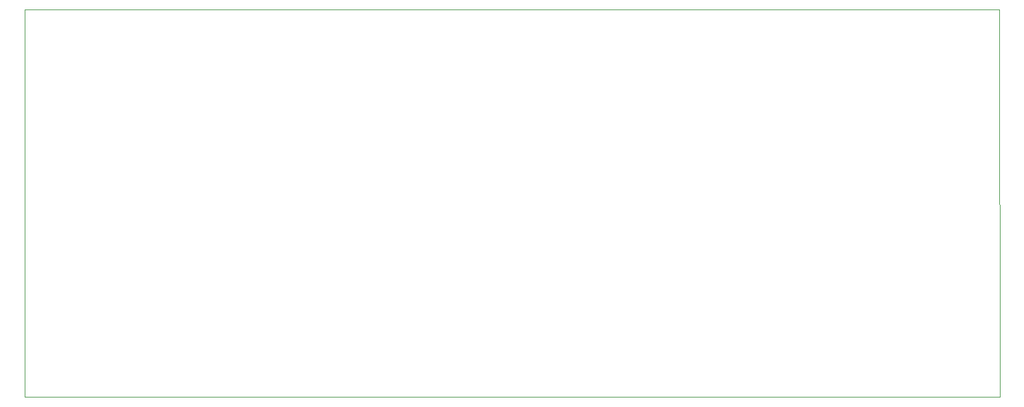
<source format=gbr>
%TF.GenerationSoftware,KiCad,Pcbnew,(5.1.9)-1*%
%TF.CreationDate,2023-03-23T17:51:48+02:00*%
%TF.ProjectId,jantteri-testrack-interface,6a616e74-7465-4726-992d-746573747261,rev?*%
%TF.SameCoordinates,Original*%
%TF.FileFunction,Profile,NP*%
%FSLAX46Y46*%
G04 Gerber Fmt 4.6, Leading zero omitted, Abs format (unit mm)*
G04 Created by KiCad (PCBNEW (5.1.9)-1) date 2023-03-23 17:51:48*
%MOMM*%
%LPD*%
G01*
G04 APERTURE LIST*
%TA.AperFunction,Profile*%
%ADD10C,0.050000*%
%TD*%
G04 APERTURE END LIST*
D10*
X205282800Y-69494400D02*
X75133200Y-69494400D01*
X205333600Y-121259600D02*
X205282800Y-69494400D01*
X75133200Y-121259600D02*
X205333600Y-121259600D01*
X75133200Y-69494400D02*
X75133200Y-121259600D01*
M02*

</source>
